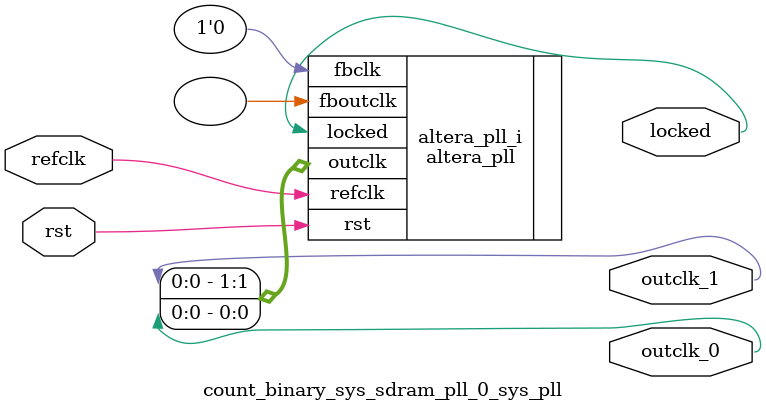
<source format=v>
`timescale 1ns/10ps
module  count_binary_sys_sdram_pll_0_sys_pll(

	// interface 'refclk'
	input wire refclk,

	// interface 'reset'
	input wire rst,

	// interface 'outclk0'
	output wire outclk_0,

	// interface 'outclk1'
	output wire outclk_1,

	// interface 'locked'
	output wire locked
);

	altera_pll #(
		.fractional_vco_multiplier("false"),
		.reference_clock_frequency("50.0 MHz"),
		.operation_mode("direct"),
		.number_of_clocks(2),
		.output_clock_frequency0("50.000000 MHz"),
		.phase_shift0("0 ps"),
		.duty_cycle0(50),
		.output_clock_frequency1("50.000000 MHz"),
		.phase_shift1("-3000 ps"),
		.duty_cycle1(50),
		.output_clock_frequency2("0 MHz"),
		.phase_shift2("0 ps"),
		.duty_cycle2(50),
		.output_clock_frequency3("0 MHz"),
		.phase_shift3("0 ps"),
		.duty_cycle3(50),
		.output_clock_frequency4("0 MHz"),
		.phase_shift4("0 ps"),
		.duty_cycle4(50),
		.output_clock_frequency5("0 MHz"),
		.phase_shift5("0 ps"),
		.duty_cycle5(50),
		.output_clock_frequency6("0 MHz"),
		.phase_shift6("0 ps"),
		.duty_cycle6(50),
		.output_clock_frequency7("0 MHz"),
		.phase_shift7("0 ps"),
		.duty_cycle7(50),
		.output_clock_frequency8("0 MHz"),
		.phase_shift8("0 ps"),
		.duty_cycle8(50),
		.output_clock_frequency9("0 MHz"),
		.phase_shift9("0 ps"),
		.duty_cycle9(50),
		.output_clock_frequency10("0 MHz"),
		.phase_shift10("0 ps"),
		.duty_cycle10(50),
		.output_clock_frequency11("0 MHz"),
		.phase_shift11("0 ps"),
		.duty_cycle11(50),
		.output_clock_frequency12("0 MHz"),
		.phase_shift12("0 ps"),
		.duty_cycle12(50),
		.output_clock_frequency13("0 MHz"),
		.phase_shift13("0 ps"),
		.duty_cycle13(50),
		.output_clock_frequency14("0 MHz"),
		.phase_shift14("0 ps"),
		.duty_cycle14(50),
		.output_clock_frequency15("0 MHz"),
		.phase_shift15("0 ps"),
		.duty_cycle15(50),
		.output_clock_frequency16("0 MHz"),
		.phase_shift16("0 ps"),
		.duty_cycle16(50),
		.output_clock_frequency17("0 MHz"),
		.phase_shift17("0 ps"),
		.duty_cycle17(50),
		.pll_type("General"),
		.pll_subtype("General")
	) altera_pll_i (
		.rst	(rst),
		.outclk	({outclk_1, outclk_0}),
		.locked	(locked),
		.fboutclk	( ),
		.fbclk	(1'b0),
		.refclk	(refclk)
	);
endmodule


</source>
